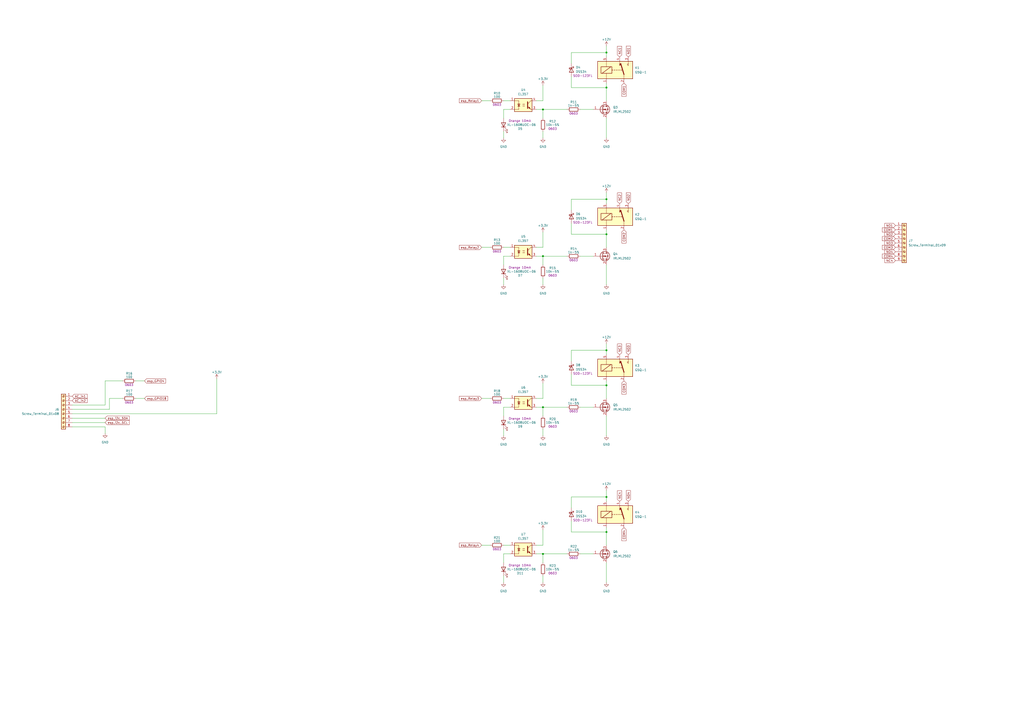
<source format=kicad_sch>
(kicad_sch (version 20250114) (generator "eeschema") (generator_version "9.0")
  (paper "A2")
  (lib_symbols
    (symbol "Connector:Screw_Terminal_01x08" (pin_names (offset 1.016) (hide yes))
      (property "Reference" "J" (at 0 10.16 0))
      (property "Value" "Screw_Terminal_01x08" (at 0 -12.7 0))
      (symbol "Screw_Terminal_01x08_1_1"
        (rectangle (start -1.27 8.89) (end 1.27 -11.43) (stroke (width 0.254)) (fill (type background)))
        (polyline (pts (xy -0.5334 7.9502) (xy 0.3302 7.112)) (stroke (width 0.1524)))
        (polyline (pts (xy -0.5334 5.4102) (xy 0.3302 4.572)) (stroke (width 0.1524)))
        (polyline (pts (xy -0.5334 2.8702) (xy 0.3302 2.032)) (stroke (width 0.1524)))
        (polyline (pts (xy -0.5334 0.3302) (xy 0.3302 -0.508)) (stroke (width 0.1524)))
        (polyline (pts (xy -0.5334 -2.2098) (xy 0.3302 -3.048)) (stroke (width 0.1524)))
        (polyline (pts (xy -0.5334 -4.7498) (xy 0.3302 -5.588)) (stroke (width 0.1524)))
        (polyline (pts (xy -0.5334 -7.2898) (xy 0.3302 -8.128)) (stroke (width 0.1524)))
        (polyline (pts (xy -0.5334 -9.8298) (xy 0.3302 -10.668)) (stroke (width 0.1524)))
        (polyline (pts (xy -0.3556 8.128) (xy 0.508 7.2898)) (stroke (width 0.1524)))
        (polyline (pts (xy -0.3556 5.588) (xy 0.508 4.7498)) (stroke (width 0.1524)))
        (polyline (pts (xy -0.3556 3.048) (xy 0.508 2.2098)) (stroke (width 0.1524)))
        (polyline (pts (xy -0.3556 0.508) (xy 0.508 -0.3302)) (stroke (width 0.1524)))
        (polyline (pts (xy -0.3556 -2.032) (xy 0.508 -2.8702)) (stroke (width 0.1524)))
        (polyline (pts (xy -0.3556 -4.572) (xy 0.508 -5.4102)) (stroke (width 0.1524)))
        (polyline (pts (xy -0.3556 -7.112) (xy 0.508 -7.9502)) (stroke (width 0.1524)))
        (polyline (pts (xy -0.3556 -9.652) (xy 0.508 -10.4902)) (stroke (width 0.1524)))
        (circle (center 0 7.62) (radius 0.635) (stroke (width 0.1524)))
        (circle (center 0 5.08) (radius 0.635) (stroke (width 0.1524)))
        (circle (center 0 2.54) (radius 0.635) (stroke (width 0.1524)))
        (circle (center 0 0) (radius 0.635) (stroke (width 0.1524)))
        (circle (center 0 -2.54) (radius 0.635) (stroke (width 0.1524)))
        (circle (center 0 -5.08) (radius 0.635) (stroke (width 0.1524)))
        (circle (center 0 -7.62) (radius 0.635) (stroke (width 0.1524)))
        (circle (center 0 -10.16) (radius 0.635) (stroke (width 0.1524)))
        (pin passive line (at -5.08 7.62 0) (length 3.81) (name "Pin_1") (number "1"))
        (pin passive line (at -5.08 5.08 0) (length 3.81) (name "Pin_2") (number "2"))
        (pin passive line (at -5.08 2.54 0) (length 3.81) (name "Pin_3") (number "3"))
        (pin passive line (at -5.08 0 0) (length 3.81) (name "Pin_4") (number "4"))
        (pin passive line (at -5.08 -2.54 0) (length 3.81) (name "Pin_5") (number "5"))
        (pin passive line (at -5.08 -5.08 0) (length 3.81) (name "Pin_6") (number "6"))
        (pin passive line (at -5.08 -7.62 0) (length 3.81) (name "Pin_7") (number "7"))
        (pin passive line (at -5.08 -10.16 0) (length 3.81) (name "Pin_8") (number "8"))
      )
    )
    (symbol "Connector:Screw_Terminal_01x09" (pin_names (offset 1.016) (hide yes))
      (property "Reference" "J" (at 0 12.7 0))
      (property "Value" "Screw_Terminal_01x09" (at 0 -12.7 0))
      (symbol "Screw_Terminal_01x09_1_1"
        (rectangle (start -1.27 11.43) (end 1.27 -11.43) (stroke (width 0.254)) (fill (type background)))
        (polyline (pts (xy -0.5334 10.4902) (xy 0.3302 9.652)) (stroke (width 0.1524)))
        (polyline (pts (xy -0.5334 7.9502) (xy 0.3302 7.112)) (stroke (width 0.1524)))
        (polyline (pts (xy -0.5334 5.4102) (xy 0.3302 4.572)) (stroke (width 0.1524)))
        (polyline (pts (xy -0.5334 2.8702) (xy 0.3302 2.032)) (stroke (width 0.1524)))
        (polyline (pts (xy -0.5334 0.3302) (xy 0.3302 -0.508)) (stroke (width 0.1524)))
        (polyline (pts (xy -0.5334 -2.2098) (xy 0.3302 -3.048)) (stroke (width 0.1524)))
        (polyline (pts (xy -0.5334 -4.7498) (xy 0.3302 -5.588)) (stroke (width 0.1524)))
        (polyline (pts (xy -0.5334 -7.2898) (xy 0.3302 -8.128)) (stroke (width 0.1524)))
        (polyline (pts (xy -0.5334 -9.8298) (xy 0.3302 -10.668)) (stroke (width 0.1524)))
        (polyline (pts (xy -0.3556 10.668) (xy 0.508 9.8298)) (stroke (width 0.1524)))
        (polyline (pts (xy -0.3556 8.128) (xy 0.508 7.2898)) (stroke (width 0.1524)))
        (polyline (pts (xy -0.3556 5.588) (xy 0.508 4.7498)) (stroke (width 0.1524)))
        (polyline (pts (xy -0.3556 3.048) (xy 0.508 2.2098)) (stroke (width 0.1524)))
        (polyline (pts (xy -0.3556 0.508) (xy 0.508 -0.3302)) (stroke (width 0.1524)))
        (polyline (pts (xy -0.3556 -2.032) (xy 0.508 -2.8702)) (stroke (width 0.1524)))
        (polyline (pts (xy -0.3556 -4.572) (xy 0.508 -5.4102)) (stroke (width 0.1524)))
        (polyline (pts (xy -0.3556 -7.112) (xy 0.508 -7.9502)) (stroke (width 0.1524)))
        (polyline (pts (xy -0.3556 -9.652) (xy 0.508 -10.4902)) (stroke (width 0.1524)))
        (circle (center 0 10.16) (radius 0.635) (stroke (width 0.1524)))
        (circle (center 0 7.62) (radius 0.635) (stroke (width 0.1524)))
        (circle (center 0 5.08) (radius 0.635) (stroke (width 0.1524)))
        (circle (center 0 2.54) (radius 0.635) (stroke (width 0.1524)))
        (circle (center 0 0) (radius 0.635) (stroke (width 0.1524)))
        (circle (center 0 -2.54) (radius 0.635) (stroke (width 0.1524)))
        (circle (center 0 -5.08) (radius 0.635) (stroke (width 0.1524)))
        (circle (center 0 -7.62) (radius 0.635) (stroke (width 0.1524)))
        (circle (center 0 -10.16) (radius 0.635) (stroke (width 0.1524)))
        (pin passive line (at -5.08 10.16 0) (length 3.81) (name "Pin_1") (number "1"))
        (pin passive line (at -5.08 7.62 0) (length 3.81) (name "Pin_2") (number "2"))
        (pin passive line (at -5.08 5.08 0) (length 3.81) (name "Pin_3") (number "3"))
        (pin passive line (at -5.08 2.54 0) (length 3.81) (name "Pin_4") (number "4"))
        (pin passive line (at -5.08 0 0) (length 3.81) (name "Pin_5") (number "5"))
        (pin passive line (at -5.08 -2.54 0) (length 3.81) (name "Pin_6") (number "6"))
        (pin passive line (at -5.08 -5.08 0) (length 3.81) (name "Pin_7") (number "7"))
        (pin passive line (at -5.08 -7.62 0) (length 3.81) (name "Pin_8") (number "8"))
        (pin passive line (at -5.08 -10.16 0) (length 3.81) (name "Pin_9") (number "9"))
      )
    )
    (symbol "Device:LED" (pin_numbers (hide yes)) (pin_names (offset 1.016) (hide yes))
      (property "Reference" "D" (at 0 2.54 0))
      (property "Value" "LED" (at 0 -2.54 0))
      (symbol "LED_0_1"
        (polyline (pts (xy -3.048 -0.762) (xy -4.572 -2.286) (xy -3.81 -2.286) (xy -4.572 -2.286) (xy -4.572 -1.524)))
        (polyline (pts (xy -1.778 -0.762) (xy -3.302 -2.286) (xy -2.54 -2.286) (xy -3.302 -2.286) (xy -3.302 -1.524)))
        (polyline (pts (xy -1.27 0) (xy 1.27 0)))
        (polyline (pts (xy -1.27 -1.27) (xy -1.27 1.27)) (stroke (width 0.254)))
        (polyline (pts (xy 1.27 -1.27) (xy 1.27 1.27) (xy -1.27 0) (xy 1.27 -1.27)) (stroke (width 0.254)))
      )
      (symbol "LED_1_1"
        (pin passive line (at -3.81 0 0) (length 2.54) (name "K") (number "1"))
        (pin passive line (at 3.81 0 180) (length 2.54) (name "A") (number "2"))
      )
    )
    (symbol "Device:R" (pin_numbers (hide yes)) (pin_names (offset 0))
      (property "Reference" "R" (at 2.032 0 90))
      (property "Value" "R" (at 0 0 90))
      (symbol "R_0_1"
        (rectangle (start -1.016 -2.54) (end 1.016 2.54) (stroke (width 0.254)))
      )
      (symbol "R_1_1"
        (pin passive line (at 0 3.81 270) (length 1.27) (name "~") (number "1"))
        (pin passive line (at 0 -3.81 90) (length 1.27) (name "~") (number "2"))
      )
    )
    (symbol "Diode:SS34" (pin_numbers (hide yes)) (pin_names (offset 1.016) (hide yes))
      (property "Reference" "D" (at 0 2.54 0))
      (property "Value" "SS34" (at 0 -2.54 0))
      (symbol "SS34_0_1"
        (polyline (pts (xy -1.905 0.635) (xy -1.905 1.27) (xy -1.27 1.27) (xy -1.27 -1.27) (xy -0.635 -1.27) (xy -0.635 -0.635)) (stroke (width 0.254)))
        (polyline (pts (xy 1.27 1.27) (xy 1.27 -1.27) (xy -1.27 0) (xy 1.27 1.27)) (stroke (width 0.254)))
        (polyline (pts (xy 1.27 0) (xy -1.27 0)))
      )
      (symbol "SS34_1_1"
        (pin passive line (at -3.81 0 0) (length 2.54) (name "K") (number "1"))
        (pin passive line (at 3.81 0 180) (length 2.54) (name "A") (number "2"))
      )
    )
    (symbol "Isolator:PC817" (pin_names (offset 1.016))
      (property "Reference" "U" (at -5.08 5.08 0))
      (property "Value" "PC817" (at 0 5.08 0))
      (symbol "PC817_0_1"
        (rectangle (start -5.08 3.81) (end 5.08 -3.81) (stroke (width 0.254)) (fill (type background)))
        (polyline (pts (xy -5.08 2.54) (xy -2.54 2.54) (xy -2.54 -0.635)))
        (polyline (pts (xy -3.175 -0.635) (xy -1.905 -0.635)) (stroke (width 0.254)))
        (polyline (pts (xy -2.54 -0.635) (xy -2.54 -2.54) (xy -5.08 -2.54)))
        (polyline (pts (xy -2.54 -0.635) (xy -3.175 0.635) (xy -1.905 0.635) (xy -2.54 -0.635)) (stroke (width 0.254)))
        (polyline (pts (xy -0.508 0.508) (xy 0.762 0.508) (xy 0.381 0.381) (xy 0.381 0.635) (xy 0.762 0.508)))
        (polyline (pts (xy -0.508 -0.508) (xy 0.762 -0.508) (xy 0.381 -0.635) (xy 0.381 -0.381) (xy 0.762 -0.508)))
        (polyline (pts (xy 2.54 1.905) (xy 2.54 -1.905) (xy 2.54 -1.905)) (stroke (width 0.508)))
        (polyline (pts (xy 2.54 0.635) (xy 4.445 2.54)))
        (polyline (pts (xy 3.048 -1.651) (xy 3.556 -1.143) (xy 4.064 -2.159) (xy 3.048 -1.651) (xy 3.048 -1.651)) (fill (type outline)))
        (polyline (pts (xy 4.445 2.54) (xy 5.08 2.54)))
        (polyline (pts (xy 4.445 -2.54) (xy 2.54 -0.635)) (fill (type outline)))
        (polyline (pts (xy 4.445 -2.54) (xy 5.08 -2.54)))
      )
      (symbol "PC817_1_1"
        (pin passive line (at -7.62 2.54 0) (length 2.54) (name "~") (number "1"))
        (pin passive line (at -7.62 -2.54 0) (length 2.54) (name "~") (number "2"))
        (pin passive line (at 7.62 2.54 180) (length 2.54) (name "~") (number "4"))
        (pin passive line (at 7.62 -2.54 180) (length 2.54) (name "~") (number "3"))
      )
    )
    (symbol "Relay:G5Q-1"
      (property "Reference" "K" (at 11.43 3.81 0))
      (property "Value" "G5Q-1" (at 11.43 1.27 0))
      (symbol "G5Q-1_0_0"
        (polyline (pts (xy 7.62 5.08) (xy 7.62 2.54) (xy 6.985 3.175) (xy 7.62 3.81)))
      )
      (symbol "G5Q-1_0_1"
        (rectangle (start -10.16 5.08) (end 10.16 -5.08) (stroke (width 0.254)) (fill (type background)))
        (rectangle (start -8.255 1.905) (end -1.905 -1.905) (stroke (width 0.254)))
        (polyline (pts (xy -7.62 -1.905) (xy -2.54 1.905)) (stroke (width 0.254)))
        (polyline (pts (xy -5.08 5.08) (xy -5.08 1.905)))
        (polyline (pts (xy -5.08 -5.08) (xy -5.08 -1.905)))
        (polyline (pts (xy -1.905 0) (xy -1.27 0)) (stroke (width 0.254)))
        (polyline (pts (xy -0.635 0) (xy 0 0)) (stroke (width 0.254)))
        (polyline (pts (xy 0.635 0) (xy 1.27 0)) (stroke (width 0.254)))
        (polyline (pts (xy 1.905 0) (xy 2.54 0)) (stroke (width 0.254)))
        (polyline (pts (xy 2.54 5.08) (xy 2.54 2.54) (xy 3.175 3.175) (xy 2.54 3.81)) (fill (type outline)))
        (polyline (pts (xy 3.175 0) (xy 3.81 0)) (stroke (width 0.254)))
        (polyline (pts (xy 5.08 -2.54) (xy 3.175 3.81)) (stroke (width 0.508)))
        (polyline (pts (xy 5.08 -2.54) (xy 5.08 -5.08)))
      )
      (symbol "G5Q-1_1_1"
        (pin passive line (at -5.08 7.62 270) (length 2.54) (name "~") (number "5"))
        (pin passive line (at -5.08 -7.62 90) (length 2.54) (name "~") (number "1"))
        (pin passive line (at 2.54 7.62 270) (length 2.54) (name "~") (number "4"))
        (pin passive line (at 5.08 -7.62 90) (length 2.54) (name "~") (number "2"))
        (pin passive line (at 7.62 7.62 270) (length 2.54) (name "~") (number "3"))
      )
    )
    (symbol "Transistor_FET:IRLML2060" (pin_names (hide yes))
      (property "Reference" "Q" (at 5.08 1.905 0))
      (property "Value" "IRLML2060" (at 5.08 0 0))
      (symbol "IRLML2060_0_1"
        (polyline (pts (xy 0.254 1.905) (xy 0.254 -1.905)) (stroke (width 0.254)))
        (polyline (pts (xy 0.254 0) (xy -2.54 0)))
        (polyline (pts (xy 0.762 2.286) (xy 0.762 1.27)) (stroke (width 0.254)))
        (polyline (pts (xy 0.762 0.508) (xy 0.762 -0.508)) (stroke (width 0.254)))
        (polyline (pts (xy 0.762 -1.27) (xy 0.762 -2.286)) (stroke (width 0.254)))
        (polyline (pts (xy 0.762 -1.778) (xy 3.302 -1.778) (xy 3.302 1.778) (xy 0.762 1.778)))
        (polyline (pts (xy 1.016 0) (xy 2.032 0.381) (xy 2.032 -0.381) (xy 1.016 0)) (fill (type outline)))
        (circle (center 1.651 0) (radius 2.794) (stroke (width 0.254)))
        (polyline (pts (xy 2.54 2.54) (xy 2.54 1.778)))
        (circle (center 2.54 1.778) (radius 0.254) (fill (type outline)))
        (circle (center 2.54 -1.778) (radius 0.254) (fill (type outline)))
        (polyline (pts (xy 2.54 -2.54) (xy 2.54 0) (xy 0.762 0)))
        (polyline (pts (xy 2.794 0.508) (xy 2.921 0.381) (xy 3.683 0.381) (xy 3.81 0.254)))
        (polyline (pts (xy 3.302 0.381) (xy 2.921 -0.254) (xy 3.683 -0.254) (xy 3.302 0.381)))
      )
      (symbol "IRLML2060_1_1"
        (pin input line (at -5.08 0 0) (length 2.54) (name "G") (number "1"))
        (pin passive line (at 2.54 5.08 270) (length 2.54) (name "D") (number "3"))
        (pin passive line (at 2.54 -5.08 90) (length 2.54) (name "S") (number "2"))
      )
    )
    (symbol "power:+3.3V" (power) (pin_names (offset 0))
      (property "Value" "+3.3V" (at 0 3.556 0))
      (symbol "+3.3V_0_1"
        (polyline (pts (xy -0.762 1.27) (xy 0 2.54)))
        (polyline (pts (xy 0 2.54) (xy 0.762 1.27)))
        (polyline (pts (xy 0 0) (xy 0 2.54)))
      )
      (symbol "+3.3V_1_1"
        (pin power_in line (at 0 0 90) (length 0) (hide yes) (name "+3.3V") (number "1"))
      )
    )
    (symbol "power:GND" (power) (pin_names (offset 0))
      (property "Value" "GND" (at 0 -3.81 0))
      (symbol "GND_0_1"
        (polyline (pts (xy 0 0) (xy 0 -1.27) (xy 1.27 -1.27) (xy 0 -2.54) (xy -1.27 -1.27) (xy 0 -1.27)))
      )
      (symbol "GND_1_1"
        (pin power_in line (at 0 0 270) (length 0) (hide yes) (name "GND") (number "1"))
      )
    )
  )
  (junction (at 351.79 50.8))
  (junction (at 351.79 223.52))
  (junction (at 314.96 63.5))
  (junction (at 351.79 30.48))
  (junction (at 314.96 148.59))
  (junction (at 351.79 288.29))
  (junction (at 314.96 321.31))
  (junction (at 351.79 203.2))
  (junction (at 351.79 308.61))
  (junction (at 314.96 236.22))
  (junction (at 351.79 115.57))
  (junction (at 351.79 135.89))
  (wire (pts (xy 78.74 231.14) (xy 83.82 231.14)))
  (wire (pts (xy 292.1 148.59) (xy 295.91 148.59)))
  (wire (pts (xy 292.1 76.2) (xy 292.1 80.01)))
  (wire (pts (xy 351.79 135.89) (xy 351.79 143.51)))
  (wire (pts (xy 336.55 148.59) (xy 344.17 148.59)))
  (wire (pts (xy 292.1 334.01) (xy 292.1 337.82)))
  (wire (pts (xy 314.96 58.42) (xy 311.15 58.42)))
  (wire (pts (xy 336.55 63.5) (xy 344.17 63.5)))
  (wire (pts (xy 292.1 236.22) (xy 295.91 236.22)))
  (wire (pts (xy 314.96 49.53) (xy 314.96 58.42)))
  (wire (pts (xy 351.79 252.73) (xy 351.79 241.3)))
  (wire (pts (xy 292.1 236.22) (xy 292.1 241.3)))
  (wire (pts (xy 279.4 231.14) (xy 284.48 231.14)))
  (wire (pts (xy 63.5 231.14) (xy 71.12 231.14)))
  (wire (pts (xy 331.47 115.57) (xy 351.79 115.57)))
  (wire (pts (xy 314.96 63.5) (xy 328.93 63.5)))
  (wire (pts (xy 314.96 316.23) (xy 311.15 316.23)))
  (wire (pts (xy 314.96 307.34) (xy 314.96 316.23)))
  (wire (pts (xy 314.96 337.82) (xy 314.96 334.01)))
  (wire (pts (xy 83.82 220.98) (xy 78.74 220.98)))
  (wire (pts (xy 314.96 236.22) (xy 328.93 236.22)))
  (wire (pts (xy 351.79 48.26) (xy 351.79 50.8)))
  (wire (pts (xy 331.47 308.61) (xy 351.79 308.61)))
  (wire (pts (xy 41.91 234.95) (xy 60.96 234.95)))
  (wire (pts (xy 351.79 26.67) (xy 351.79 30.48)))
  (wire (pts (xy 292.1 321.31) (xy 295.91 321.31)))
  (wire (pts (xy 314.96 80.01) (xy 314.96 76.2)))
  (wire (pts (xy 292.1 321.31) (xy 292.1 326.39)))
  (wire (pts (xy 331.47 288.29) (xy 351.79 288.29)))
  (wire (pts (xy 279.4 58.42) (xy 284.48 58.42)))
  (wire (pts (xy 351.79 111.76) (xy 351.79 115.57)))
  (wire (pts (xy 314.96 165.1) (xy 314.96 161.29)))
  (wire (pts (xy 295.91 143.51) (xy 292.1 143.51)))
  (wire (pts (xy 314.96 321.31) (xy 314.96 326.39)))
  (wire (pts (xy 314.96 148.59) (xy 314.96 153.67)))
  (wire (pts (xy 311.15 321.31) (xy 314.96 321.31)))
  (wire (pts (xy 311.15 236.22) (xy 314.96 236.22)))
  (wire (pts (xy 314.96 134.62) (xy 314.96 143.51)))
  (wire (pts (xy 314.96 63.5) (xy 314.96 68.58)))
  (wire (pts (xy 331.47 209.55) (xy 331.47 203.2)))
  (wire (pts (xy 331.47 129.54) (xy 331.47 135.89)))
  (wire (pts (xy 314.96 252.73) (xy 314.96 248.92)))
  (wire (pts (xy 292.1 63.5) (xy 292.1 68.58)))
  (wire (pts (xy 351.79 288.29) (xy 351.79 290.83)))
  (wire (pts (xy 331.47 36.83) (xy 331.47 30.48)))
  (wire (pts (xy 41.91 240.03) (xy 125.73 240.03)))
  (wire (pts (xy 60.96 247.65) (xy 60.96 251.46)))
  (wire (pts (xy 314.96 231.14) (xy 311.15 231.14)))
  (wire (pts (xy 331.47 135.89) (xy 351.79 135.89)))
  (wire (pts (xy 351.79 30.48) (xy 351.79 33.02)))
  (wire (pts (xy 351.79 306.07) (xy 351.79 308.61)))
  (wire (pts (xy 314.96 236.22) (xy 314.96 241.3)))
  (wire (pts (xy 60.96 234.95) (xy 60.96 220.98)))
  (wire (pts (xy 351.79 115.57) (xy 351.79 118.11)))
  (wire (pts (xy 351.79 133.35) (xy 351.79 135.89)))
  (wire (pts (xy 279.4 143.51) (xy 284.48 143.51)))
  (wire (pts (xy 351.79 165.1) (xy 351.79 153.67)))
  (wire (pts (xy 351.79 80.01) (xy 351.79 68.58)))
  (wire (pts (xy 351.79 308.61) (xy 351.79 316.23)))
  (wire (pts (xy 295.91 58.42) (xy 292.1 58.42)))
  (wire (pts (xy 331.47 223.52) (xy 351.79 223.52)))
  (wire (pts (xy 331.47 294.64) (xy 331.47 288.29)))
  (wire (pts (xy 295.91 231.14) (xy 292.1 231.14)))
  (wire (pts (xy 331.47 203.2) (xy 351.79 203.2)))
  (wire (pts (xy 351.79 337.82) (xy 351.79 326.39)))
  (wire (pts (xy 351.79 220.98) (xy 351.79 223.52)))
  (wire (pts (xy 311.15 63.5) (xy 314.96 63.5)))
  (wire (pts (xy 41.91 247.65) (xy 60.96 247.65)))
  (wire (pts (xy 60.96 220.98) (xy 71.12 220.98)))
  (wire (pts (xy 314.96 222.25) (xy 314.96 231.14)))
  (wire (pts (xy 314.96 143.51) (xy 311.15 143.51)))
  (wire (pts (xy 351.79 284.48) (xy 351.79 288.29)))
  (wire (pts (xy 314.96 321.31) (xy 328.93 321.31)))
  (wire (pts (xy 63.5 237.49) (xy 63.5 231.14)))
  (wire (pts (xy 331.47 217.17) (xy 331.47 223.52)))
  (wire (pts (xy 292.1 248.92) (xy 292.1 252.73)))
  (wire (pts (xy 292.1 63.5) (xy 295.91 63.5)))
  (wire (pts (xy 351.79 50.8) (xy 351.79 58.42)))
  (wire (pts (xy 314.96 148.59) (xy 328.93 148.59)))
  (wire (pts (xy 331.47 44.45) (xy 331.47 50.8)))
  (wire (pts (xy 125.73 219.71) (xy 125.73 240.03)))
  (wire (pts (xy 41.91 242.57) (xy 60.96 242.57)))
  (wire (pts (xy 311.15 148.59) (xy 314.96 148.59)))
  (wire (pts (xy 292.1 161.29) (xy 292.1 165.1)))
  (wire (pts (xy 279.4 316.23) (xy 284.48 316.23)))
  (wire (pts (xy 331.47 121.92) (xy 331.47 115.57)))
  (wire (pts (xy 331.47 302.26) (xy 331.47 308.61)))
  (wire (pts (xy 351.79 203.2) (xy 351.79 205.74)))
  (wire (pts (xy 351.79 199.39) (xy 351.79 203.2)))
  (wire (pts (xy 336.55 321.31) (xy 344.17 321.31)))
  (wire (pts (xy 351.79 223.52) (xy 351.79 231.14)))
  (wire (pts (xy 292.1 148.59) (xy 292.1 153.67)))
  (wire (pts (xy 331.47 50.8) (xy 351.79 50.8)))
  (wire (pts (xy 41.91 237.49) (xy 63.5 237.49)))
  (wire (pts (xy 336.55 236.22) (xy 344.17 236.22)))
  (wire (pts (xy 295.91 316.23) (xy 292.1 316.23)))
  (wire (pts (xy 331.47 30.48) (xy 351.79 30.48)))
  (wire (pts (xy 41.91 245.11) (xy 60.96 245.11)))
  (global_label "esp_Relay2" (shape input) (at 279.4 143.51 180) (property "Intersheetrefs" "${INTERSHEET_REFS}" (effects (hide yes))))
  (global_label "esp_GPIO18" (shape input) (at 83.82 231.14 0) (property "Intersheetrefs" "${INTERSHEET_REFS}" (effects (hide yes))))
  (global_label "COM3" (shape input) (at 519.43 143.51 180) (property "Intersheetrefs" "${INTERSHEET_REFS}" (effects (hide yes))))
  (global_label "NO3" (shape input) (at 364.49 205.74 90) (property "Intersheetrefs" "${INTERSHEET_REFS}" (effects (hide yes))))
  (global_label "esp_i2c_SDA" (shape input) (at 60.96 242.57 0) (property "Intersheetrefs" "${INTERSHEET_REFS}" (effects (hide yes))))
  (global_label "NO4" (shape input) (at 364.49 290.83 90) (property "Intersheetrefs" "${INTERSHEET_REFS}" (effects (hide yes))))
  (global_label "esp_i2c_SCL" (shape input) (at 60.96 245.11 0) (property "Intersheetrefs" "${INTERSHEET_REFS}" (effects (hide yes))))
  (global_label "COM3" (shape input) (at 361.95 220.98 270) (property "Intersheetrefs" "${INTERSHEET_REFS}" (effects (hide yes))))
  (global_label "NO3" (shape input) (at 519.43 140.97 180) (property "Intersheetrefs" "${INTERSHEET_REFS}" (effects (hide yes))))
  (global_label "COM2" (shape input) (at 519.43 138.43 180) (property "Intersheetrefs" "${INTERSHEET_REFS}" (effects (hide yes))))
  (global_label "esp_Relay4" (shape input) (at 279.4 316.23 180) (property "Intersheetrefs" "${INTERSHEET_REFS}" (effects (hide yes))))
  (global_label "AC_in1" (shape input) (at 41.91 229.87 0) (property "Intersheetrefs" "${INTERSHEET_REFS}" (effects (hide yes))))
  (global_label "esp_GPIO4" (shape input) (at 83.82 220.98 0) (property "Intersheetrefs" "${INTERSHEET_REFS}" (effects (hide yes))))
  (global_label "COM1" (shape input) (at 361.95 48.26 270) (property "Intersheetrefs" "${INTERSHEET_REFS}" (effects (hide yes))))
  (global_label "NO2" (shape input) (at 519.43 135.89 180) (property "Intersheetrefs" "${INTERSHEET_REFS}" (effects (hide yes))))
  (global_label "NC3" (shape input) (at 359.41 205.74 90) (property "Intersheetrefs" "${INTERSHEET_REFS}" (effects (hide yes))))
  (global_label "COM2" (shape input) (at 361.95 133.35 270) (property "Intersheetrefs" "${INTERSHEET_REFS}" (effects (hide yes))))
  (global_label "COM4" (shape input) (at 361.95 306.07 270) (property "Intersheetrefs" "${INTERSHEET_REFS}" (effects (hide yes))))
  (global_label "NC2" (shape input) (at 359.41 118.11 90) (property "Intersheetrefs" "${INTERSHEET_REFS}" (effects (hide yes))))
  (global_label "COM1" (shape input) (at 519.43 133.35 180) (property "Intersheetrefs" "${INTERSHEET_REFS}" (effects (hide yes))))
  (global_label "esp_Relay3" (shape input) (at 279.4 231.14 180) (property "Intersheetrefs" "${INTERSHEET_REFS}" (effects (hide yes))))
  (global_label "NC4" (shape input) (at 519.43 151.13 180) (property "Intersheetrefs" "${INTERSHEET_REFS}" (effects (hide yes))))
  (global_label "COM4" (shape input) (at 519.43 148.59 180) (property "Intersheetrefs" "${INTERSHEET_REFS}" (effects (hide yes))))
  (global_label "NC1" (shape input) (at 359.41 33.02 90) (property "Intersheetrefs" "${INTERSHEET_REFS}" (effects (hide yes))))
  (global_label "NO4" (shape input) (at 519.43 146.05 180) (property "Intersheetrefs" "${INTERSHEET_REFS}" (effects (hide yes))))
  (global_label "NO2" (shape input) (at 364.49 118.11 90) (property "Intersheetrefs" "${INTERSHEET_REFS}" (effects (hide yes))))
  (global_label "NO1" (shape input) (at 364.49 33.02 90) (property "Intersheetrefs" "${INTERSHEET_REFS}" (effects (hide yes))))
  (global_label "esp_Relay1" (shape input) (at 279.4 58.42 180) (property "Intersheetrefs" "${INTERSHEET_REFS}" (effects (hide yes))))
  (global_label "NO1" (shape input) (at 519.43 130.81 180) (property "Intersheetrefs" "${INTERSHEET_REFS}" (effects (hide yes))))
  (global_label "NC4" (shape input) (at 359.41 290.83 90) (property "Intersheetrefs" "${INTERSHEET_REFS}" (effects (hide yes))))
  (global_label "AC_in2" (shape input) (at 41.91 232.41 0) (property "Intersheetrefs" "${INTERSHEET_REFS}" (effects (hide yes))))
  (symbol (lib_id "power:GND") (at 292.1 252.73 0) (unit 1)
    (property "Reference" "#PWR046" (effects (hide yes)))
    (property "Value" "GND" (at 292.1 257.81 0))
  )
  (symbol (lib_id "power:+3.3V") (at 314.96 134.62 0) (unit 1)
    (property "Reference" "#PWR038" (effects (hide yes)))
    (property "Value" "+3.3V" (at 314.96 130.81 0))
  )
  (symbol (lib_id "power:GND") (at 314.96 252.73 0) (unit 1)
    (property "Reference" "#PWR047" (effects (hide yes)))
    (property "Value" "GND" (at 314.96 257.81 0))
  )
  (symbol (lib_id "Transistor_FET:IRLML2060") (at 349.25 321.31 0) (unit 1)
    (property "Reference" "Q6" (at 355.6 320.0399 0) (effects (justify left)))
    (property "Value" "IRLML2502" (at 355.6 322.5799 0) (effects (justify left)))
    (property "Footprint" "Package_TO_SOT_SMD:SOT-23" (effects (hide yes)))
    (property "LCSC part" "C347503" (effects (hide yes)))
    (property "Manufacturer" "UMW" (effects (hide yes)))
  )
  (symbol (lib_id "Isolator:PC817") (at 303.53 60.96 0) (unit 1)
    (property "Reference" "U4" (at 303.53 52.07 0))
    (property "Value" "EL357" (at 303.53 54.61 0))
    (property "Footprint" "footprints:C42381015_EL357_L4.4-W4.1-P2.54-LS7.0-TL" (effects (hide yes)))
    (property "LCSC part" "C42381015" (effects (hide yes)))
    (property "Manufacturer" "Everlight Elec" (effects (hide yes)))
  )
  (symbol (lib_id "power:+3.3V") (at 351.79 199.39 0) (unit 1)
    (property "Reference" "#PWR042" (effects (hide yes)))
    (property "Value" "+12V" (at 351.79 195.58 0))
  )
  (symbol (lib_id "Transistor_FET:IRLML2060") (at 349.25 148.59 0) (unit 1)
    (property "Reference" "Q4" (at 355.6 147.3199 0) (effects (justify left)))
    (property "Value" "IRLML2502" (at 355.6 149.8599 0) (effects (justify left)))
    (property "Footprint" "Package_TO_SOT_SMD:SOT-23" (effects (hide yes)))
    (property "LCSC part" "C347503" (effects (hide yes)))
    (property "Manufacturer" "UMW" (effects (hide yes)))
  )
  (symbol (lib_id "power:GND") (at 292.1 80.01 0) (unit 1)
    (property "Reference" "#PWR034" (effects (hide yes)))
    (property "Value" "GND" (at 292.1 85.09 0))
  )
  (symbol (lib_id "power:GND") (at 351.79 337.82 0) (unit 1)
    (property "Reference" "#PWR053" (effects (hide yes)))
    (property "Value" "GND" (at 351.79 342.9 0))
  )
  (symbol (lib_id "Connector:Screw_Terminal_01x08") (at 36.83 237.49 0) (mirror y) (unit 1) (in_bom no)
    (property "Reference" "J6" (at 34.29 237.4899 0) (effects (justify left)))
    (property "Value" "Screw_Terminal_01x08" (at 34.29 240.0299 0) (effects (justify left)))
    (property "Footprint" "TerminalBlock_RND:TerminalBlock_RND_205-00238_1x08_P5.08mm_Horizontal" (effects (hide yes)))
    (property "Description" "Generic screw terminal, single row, 01x08, script generated (kicad-library-utils/schlib/autogen/connector/)" (effects (hide yes)))
  )
  (symbol (lib_id "power:+3.3V") (at 314.96 307.34 0) (unit 1)
    (property "Reference" "#PWR050" (effects (hide yes)))
    (property "Value" "+3.3V" (at 314.96 303.53 0))
  )
  (symbol (lib_id "Transistor_FET:IRLML2060") (at 349.25 63.5 0) (unit 1)
    (property "Reference" "Q3" (at 355.6 62.2299 0) (effects (justify left)))
    (property "Value" "IRLML2502" (at 355.6 64.7699 0) (effects (justify left)))
    (property "Footprint" "Package_TO_SOT_SMD:SOT-23" (effects (hide yes)))
    (property "LCSC part" "C347503" (effects (hide yes)))
    (property "Manufacturer" "UMW" (effects (hide yes)))
  )
  (symbol (lib_id "Device:R") (at 332.74 63.5 90) (unit 1)
    (property "Reference" "R11" (at 332.74 59.182 90))
    (property "Value" "1k-5%" (at 332.74 61.214 90))
    (property "Footprint" "Resistor_SMD:R_0603_1608Metric" (effects (hide yes)))
    (property "LCSC part" "C2907113" (effects (hide yes)))
    (property "Manufacturer" "FOJAN" (effects (hide yes)))
    (property "Package" "0603" (at 332.74 65.786 90))
  )
  (symbol (lib_id "Device:R") (at 74.93 220.98 270) (unit 1)
    (property "Reference" "R16" (at 74.93 216.662 90))
    (property "Value" "100" (at 74.93 218.694 90))
    (property "Footprint" "Resistor_SMD:R_0603_1608Metric" (effects (hide yes)))
    (property "LCSC part" "C2907089" (effects (hide yes)))
    (property "Manufacturer" "FOJAN" (effects (hide yes)))
    (property "Package" "0603" (at 74.93 223.266 90))
  )
  (symbol (lib_id "Device:R") (at 314.96 72.39 180) (unit 1)
    (property "Reference" "R12" (at 320.548 70.358 0))
    (property "Value" "10k-5%" (at 320.548 72.39 0))
    (property "Footprint" "Resistor_SMD:R_0603_1608Metric" (effects (hide yes)))
    (property "LCSC part" "C25804" (effects (hide yes)))
    (property "Manufacturer" "UNI-ROYAL(Uniroyal Elec)" (effects (hide yes)))
    (property "Package" "0603" (at 320.548 74.676 0))
  )
  (symbol (lib_id "Device:R") (at 314.96 245.11 180) (unit 1)
    (property "Reference" "R20" (at 320.548 243.078 0))
    (property "Value" "10k-5%" (at 320.548 245.11 0))
    (property "Footprint" "Resistor_SMD:R_0603_1608Metric" (effects (hide yes)))
    (property "LCSC part" "C25804" (effects (hide yes)))
    (property "Manufacturer" "UNI-ROYAL(Uniroyal Elec)" (effects (hide yes)))
    (property "Package" "0603" (at 320.548 247.396 0))
  )
  (symbol (lib_id "Device:R") (at 332.74 321.31 90) (unit 1)
    (property "Reference" "R22" (at 332.74 316.992 90))
    (property "Value" "1k-5%" (at 332.74 319.024 90))
    (property "Footprint" "Resistor_SMD:R_0603_1608Metric" (effects (hide yes)))
    (property "LCSC part" "C2907113" (effects (hide yes)))
    (property "Manufacturer" "FOJAN" (effects (hide yes)))
    (property "Package" "0603" (at 332.74 323.596 90))
  )
  (symbol (lib_id "power:GND") (at 351.79 80.01 0) (unit 1)
    (property "Reference" "#PWR036" (effects (hide yes)))
    (property "Value" "GND" (at 351.79 85.09 0))
  )
  (symbol (lib_id "power:+3.3V") (at 314.96 222.25 0) (unit 1)
    (property "Reference" "#PWR044" (effects (hide yes)))
    (property "Value" "+3.3V" (at 314.96 218.44 0))
  )
  (symbol (lib_id "Transistor_FET:IRLML2060") (at 349.25 236.22 0) (unit 1)
    (property "Reference" "Q5" (at 355.6 234.9499 0) (effects (justify left)))
    (property "Value" "IRLML2502" (at 355.6 237.4899 0) (effects (justify left)))
    (property "Footprint" "Package_TO_SOT_SMD:SOT-23" (effects (hide yes)))
    (property "LCSC part" "C347503" (effects (hide yes)))
    (property "Manufacturer" "UMW" (effects (hide yes)))
  )
  (symbol (lib_id "Relay:G5Q-1") (at 356.87 125.73 0) (unit 1)
    (property "Reference" "K2" (at 368.3 124.4599 0) (effects (justify left)))
    (property "Value" "G5Q-1" (at 368.3 126.9999 0) (effects (justify left)))
    (property "Footprint" "footprints:C225715_Omron-G5Q" (effects (hide yes)))
    (property "Datasheet" "https://www.omron.com/ecb/products/pdf/en-g5q.pdf" (effects (hide yes)))
    (property "Description" "Omron G5G relay, Miniature Single Pole, SPDT, 10A" (effects (hide yes)))
  )
  (symbol (lib_id "Device:R") (at 288.29 316.23 270) (unit 1)
    (property "Reference" "R21" (at 288.29 311.912 90))
    (property "Value" "100" (at 288.29 313.944 90))
    (property "Footprint" "Resistor_SMD:R_0603_1608Metric" (effects (hide yes)))
    (property "LCSC part" "C2907089" (effects (hide yes)))
    (property "Manufacturer" "FOJAN" (effects (hide yes)))
    (property "Package" "0603" (at 288.29 318.516 90))
  )
  (symbol (lib_id "Diode:SS34") (at 331.47 125.73 270) (unit 1)
    (property "Reference" "D6" (at 334.01 124.1424 90) (effects (justify left)))
    (property "Value" "DSS34" (at 334.01 126.6824 90) (effects (justify left)))
    (property "Footprint" "footprints:C2923958_DSS34_SOD-123FL" (effects (hide yes)))
    (property "Datasheet" "https://www.vishay.com/docs/88751/ss32.pdf" (effects (hide yes)))
    (property "Description" "40V 3A Schottky Diode, SOD-123FL" (effects (hide yes)))
    (property "LCSC part" "C2923958" (effects (hide yes)))
    (property "Manufacturer" "Jiangsu Changjing Electronics Technology Co., Ltd." (effects (hide yes)))
    (property "Package" "SOD-123FL" (at 338.074 129.032 90))
  )
  (symbol (lib_id "Device:R") (at 332.74 148.59 90) (unit 1)
    (property "Reference" "R14" (at 332.74 144.272 90))
    (property "Value" "1k-5%" (at 332.74 146.304 90))
    (property "Footprint" "Resistor_SMD:R_0603_1608Metric" (effects (hide yes)))
    (property "LCSC part" "C2907113" (effects (hide yes)))
    (property "Manufacturer" "FOJAN" (effects (hide yes)))
    (property "Package" "0603" (at 332.74 150.876 90))
  )
  (symbol (lib_id "power:GND") (at 314.96 80.01 0) (unit 1)
    (property "Reference" "#PWR035" (effects (hide yes)))
    (property "Value" "GND" (at 314.96 85.09 0))
  )
  (symbol (lib_id "Device:R") (at 288.29 231.14 270) (unit 1)
    (property "Reference" "R18" (at 288.29 226.822 90))
    (property "Value" "100" (at 288.29 228.854 90))
    (property "Footprint" "Resistor_SMD:R_0603_1608Metric" (effects (hide yes)))
    (property "LCSC part" "C2907089" (effects (hide yes)))
    (property "Manufacturer" "FOJAN" (effects (hide yes)))
    (property "Package" "0603" (at 288.29 233.426 90))
  )
  (symbol (lib_id "Diode:SS34") (at 331.47 40.64 270) (unit 1)
    (property "Reference" "D4" (at 334.01 39.0524 90) (effects (justify left)))
    (property "Value" "DSS34" (at 334.01 41.5924 90) (effects (justify left)))
    (property "Footprint" "footprints:C2923958_DSS34_SOD-123FL" (effects (hide yes)))
    (property "Datasheet" "https://www.vishay.com/docs/88751/ss32.pdf" (effects (hide yes)))
    (property "Description" "40V 3A Schottky Diode, SOD-123FL" (effects (hide yes)))
    (property "LCSC part" "C2923958" (effects (hide yes)))
    (property "Manufacturer" "Jiangsu Changjing Electronics Technology Co., Ltd." (effects (hide yes)))
    (property "Package" "SOD-123FL" (at 338.074 43.942 90))
  )
  (symbol (lib_id "power:GND") (at 60.96 251.46 0) (unit 1)
    (property "Reference" "#PWR045" (effects (hide yes)))
    (property "Value" "GND" (at 60.96 256.54 0))
  )
  (symbol (lib_id "power:GND") (at 292.1 337.82 0) (unit 1)
    (property "Reference" "#PWR051" (effects (hide yes)))
    (property "Value" "GND" (at 292.1 342.9 0))
  )
  (symbol (lib_id "power:GND") (at 351.79 165.1 0) (unit 1)
    (property "Reference" "#PWR041" (effects (hide yes)))
    (property "Value" "GND" (at 351.79 170.18 0))
  )
  (symbol (lib_id "power:GND") (at 292.1 165.1 0) (unit 1)
    (property "Reference" "#PWR039" (effects (hide yes)))
    (property "Value" "GND" (at 292.1 170.18 0))
  )
  (symbol (lib_id "Isolator:PC817") (at 303.53 318.77 0) (unit 1)
    (property "Reference" "U7" (at 303.53 309.88 0))
    (property "Value" "EL357" (at 303.53 312.42 0))
    (property "Footprint" "footprints:C42381015_EL357_L4.4-W4.1-P2.54-LS7.0-TL" (effects (hide yes)))
    (property "LCSC part" "C42381015" (effects (hide yes)))
    (property "Manufacturer" "Everlight Elec" (effects (hide yes)))
  )
  (symbol (lib_id "power:+3.3V") (at 125.73 219.71 0) (unit 1)
    (property "Reference" "#PWR043" (effects (hide yes)))
    (property "Value" "+3.3V" (at 125.73 215.9 0))
  )
  (symbol (lib_id "Device:R") (at 332.74 236.22 90) (unit 1)
    (property "Reference" "R19" (at 332.74 231.902 90))
    (property "Value" "1k-5%" (at 332.74 233.934 90))
    (property "Footprint" "Resistor_SMD:R_0603_1608Metric" (effects (hide yes)))
    (property "LCSC part" "C2907113" (effects (hide yes)))
    (property "Manufacturer" "FOJAN" (effects (hide yes)))
    (property "Package" "0603" (at 332.74 238.506 90))
  )
  (symbol (lib_id "Isolator:PC817") (at 303.53 233.68 0) (unit 1)
    (property "Reference" "U6" (at 303.53 224.79 0))
    (property "Value" "EL357" (at 303.53 227.33 0))
    (property "Footprint" "footprints:C42381015_EL357_L4.4-W4.1-P2.54-LS7.0-TL" (effects (hide yes)))
    (property "LCSC part" "C42381015" (effects (hide yes)))
    (property "Manufacturer" "Everlight Elec" (effects (hide yes)))
  )
  (symbol (lib_id "Diode:SS34") (at 331.47 298.45 270) (unit 1)
    (property "Reference" "D10" (at 334.01 296.8624 90) (effects (justify left)))
    (property "Value" "DSS34" (at 334.01 299.4024 90) (effects (justify left)))
    (property "Footprint" "footprints:C2923958_DSS34_SOD-123FL" (effects (hide yes)))
    (property "Datasheet" "https://www.vishay.com/docs/88751/ss32.pdf" (effects (hide yes)))
    (property "Description" "40V 3A Schottky Diode, SOD-123FL" (effects (hide yes)))
    (property "LCSC part" "C2923958" (effects (hide yes)))
    (property "Manufacturer" "Jiangsu Changjing Electronics Technology Co., Ltd." (effects (hide yes)))
    (property "Package" "SOD-123FL" (at 338.074 301.752 90))
  )
  (symbol (lib_id "Isolator:PC817") (at 303.53 146.05 0) (unit 1)
    (property "Reference" "U5" (at 303.53 137.16 0))
    (property "Value" "EL357" (at 303.53 139.7 0))
    (property "Footprint" "footprints:C42381015_EL357_L4.4-W4.1-P2.54-LS7.0-TL" (effects (hide yes)))
    (property "LCSC part" "C42381015" (effects (hide yes)))
    (property "Manufacturer" "Everlight Elec" (effects (hide yes)))
  )
  (symbol (lib_id "Device:R") (at 288.29 143.51 270) (unit 1)
    (property "Reference" "R13" (at 288.29 139.192 90))
    (property "Value" "100" (at 288.29 141.224 90))
    (property "Footprint" "Resistor_SMD:R_0603_1608Metric" (effects (hide yes)))
    (property "LCSC part" "C2907089" (effects (hide yes)))
    (property "Manufacturer" "FOJAN" (effects (hide yes)))
    (property "Package" "0603" (at 288.29 145.796 90))
  )
  (symbol (lib_id "Relay:G5Q-1") (at 356.87 213.36 0) (unit 1)
    (property "Reference" "K3" (at 368.3 212.0899 0) (effects (justify left)))
    (property "Value" "G5Q-1" (at 368.3 214.6299 0) (effects (justify left)))
    (property "Footprint" "footprints:C225715_Omron-G5Q" (effects (hide yes)))
    (property "Datasheet" "https://www.omron.com/ecb/products/pdf/en-g5q.pdf" (effects (hide yes)))
    (property "Description" "Omron G5G relay, Miniature Single Pole, SPDT, 10A" (effects (hide yes)))
  )
  (symbol (lib_id "power:GND") (at 314.96 337.82 0) (unit 1)
    (property "Reference" "#PWR052" (effects (hide yes)))
    (property "Value" "GND" (at 314.96 342.9 0))
  )
  (symbol (lib_id "Relay:G5Q-1") (at 356.87 40.64 0) (unit 1)
    (property "Reference" "K1" (at 368.3 39.3699 0) (effects (justify left)))
    (property "Value" "G5Q-1" (at 368.3 41.9099 0) (effects (justify left)))
    (property "Footprint" "footprints:C225715_Omron-G5Q" (effects (hide yes)))
    (property "Datasheet" "https://www.omron.com/ecb/products/pdf/en-g5q.pdf" (effects (hide yes)))
    (property "Description" "Omron G5G relay, Miniature Single Pole, SPDT, 10A" (effects (hide yes)))
  )
  (symbol (lib_id "Device:LED") (at 292.1 157.48 90) (unit 1)
    (property "Reference" "D7" (at 301.752 159.766 90))
    (property "Value" "XL-1608UOC-06" (at 302.514 157.48 90))
    (property "Footprint" "LED_SMD:LED_0603_1608Metric" (effects (hide yes)))
    (property "LCSC part" "C434425" (effects (hide yes)))
    (property "Manufacturer" "Yongyu Photoelectric" (effects (hide yes)))
    (property "Package" "Orange 10mA" (at 301.498 155.194 90))
  )
  (symbol (lib_id "power:GND") (at 351.79 252.73 0) (unit 1)
    (property "Reference" "#PWR048" (effects (hide yes)))
    (property "Value" "GND" (at 351.79 257.81 0))
  )
  (symbol (lib_id "Device:R") (at 74.93 231.14 270) (unit 1)
    (property "Reference" "R17" (at 74.93 226.822 90))
    (property "Value" "100" (at 74.93 228.854 90))
    (property "Footprint" "Resistor_SMD:R_0603_1608Metric" (effects (hide yes)))
    (property "LCSC part" "C2907089" (effects (hide yes)))
    (property "Manufacturer" "FOJAN" (effects (hide yes)))
    (property "Package" "0603" (at 74.93 233.426 90))
  )
  (symbol (lib_id "Device:R") (at 288.29 58.42 270) (unit 1)
    (property "Reference" "R10" (at 288.29 54.102 90))
    (property "Value" "100" (at 288.29 56.134 90))
    (property "Footprint" "Resistor_SMD:R_0603_1608Metric" (effects (hide yes)))
    (property "LCSC part" "C2907089" (effects (hide yes)))
    (property "Manufacturer" "FOJAN" (effects (hide yes)))
    (property "Package" "0603" (at 288.29 60.706 90))
  )
  (symbol (lib_id "power:GND") (at 314.96 165.1 0) (unit 1)
    (property "Reference" "#PWR040" (effects (hide yes)))
    (property "Value" "GND" (at 314.96 170.18 0))
  )
  (symbol (lib_id "Connector:Screw_Terminal_01x09") (at 524.51 140.97 0) (unit 1) (in_bom no)
    (property "Reference" "J7" (at 527.05 139.6999 0) (effects (justify left)))
    (property "Value" "Screw_Terminal_01x09" (at 527.05 142.2399 0) (effects (justify left)))
    (property "Footprint" "TerminalBlock_RND:TerminalBlock_RND_205-00239_1x09_P5.08mm_Horizontal" (effects (hide yes)))
    (property "Description" "Generic screw terminal, single row, 01x09, script generated (kicad-library-utils/schlib/autogen/connector/)" (effects (hide yes)))
  )
  (symbol (lib_id "power:+3.3V") (at 351.79 284.48 0) (unit 1)
    (property "Reference" "#PWR049" (effects (hide yes)))
    (property "Value" "+12V" (at 351.79 280.67 0))
  )
  (symbol (lib_id "Device:LED") (at 292.1 245.11 90) (unit 1)
    (property "Reference" "D9" (at 301.752 247.396 90))
    (property "Value" "XL-1608UOC-06" (at 302.514 245.11 90))
    (property "Footprint" "LED_SMD:LED_0603_1608Metric" (effects (hide yes)))
    (property "LCSC part" "C434425" (effects (hide yes)))
    (property "Manufacturer" "Yongyu Photoelectric" (effects (hide yes)))
    (property "Package" "Orange 10mA" (at 301.498 242.824 90))
  )
  (symbol (lib_id "Device:LED") (at 292.1 330.2 90) (unit 1)
    (property "Reference" "D11" (at 301.752 332.486 90))
    (property "Value" "XL-1608UOC-06" (at 302.514 330.2 90))
    (property "Footprint" "LED_SMD:LED_0603_1608Metric" (effects (hide yes)))
    (property "LCSC part" "C434425" (effects (hide yes)))
    (property "Manufacturer" "Yongyu Photoelectric" (effects (hide yes)))
    (property "Package" "Orange 10mA" (at 301.498 327.914 90))
  )
  (symbol (lib_id "Diode:SS34") (at 331.47 213.36 270) (unit 1)
    (property "Reference" "D8" (at 334.01 211.7724 90) (effects (justify left)))
    (property "Value" "DSS34" (at 334.01 214.3124 90) (effects (justify left)))
    (property "Footprint" "footprints:C2923958_DSS34_SOD-123FL" (effects (hide yes)))
    (property "Datasheet" "https://www.vishay.com/docs/88751/ss32.pdf" (effects (hide yes)))
    (property "Description" "40V 3A Schottky Diode, SOD-123FL" (effects (hide yes)))
    (property "LCSC part" "C2923958" (effects (hide yes)))
    (property "Manufacturer" "Jiangsu Changjing Electronics Technology Co., Ltd." (effects (hide yes)))
    (property "Package" "SOD-123FL" (at 338.074 216.662 90))
  )
  (symbol (lib_id "Device:LED") (at 292.1 72.39 90) (unit 1)
    (property "Reference" "D5" (at 301.752 74.676 90))
    (property "Value" "XL-1608UOC-06" (at 302.514 72.39 90))
    (property "Footprint" "LED_SMD:LED_0603_1608Metric" (effects (hide yes)))
    (property "LCSC part" "C434425" (effects (hide yes)))
    (property "Manufacturer" "Yongyu Photoelectric" (effects (hide yes)))
    (property "Package" "Orange 10mA" (at 301.498 70.104 90))
  )
  (symbol (lib_id "power:+3.3V") (at 351.79 111.76 0) (unit 1)
    (property "Reference" "#PWR037" (effects (hide yes)))
    (property "Value" "+12V" (at 351.79 107.95 0))
  )
  (symbol (lib_id "Device:R") (at 314.96 330.2 180) (unit 1)
    (property "Reference" "R23" (at 320.548 328.168 0))
    (property "Value" "10k-5%" (at 320.548 330.2 0))
    (property "Footprint" "Resistor_SMD:R_0603_1608Metric" (effects (hide yes)))
    (property "LCSC part" "C25804" (effects (hide yes)))
    (property "Manufacturer" "UNI-ROYAL(Uniroyal Elec)" (effects (hide yes)))
    (property "Package" "0603" (at 320.548 332.486 0))
  )
  (symbol (lib_id "power:+3.3V") (at 351.79 26.67 0) (unit 1)
    (property "Reference" "#PWR032" (effects (hide yes)))
    (property "Value" "+12V" (at 351.79 22.86 0))
  )
  (symbol (lib_id "power:+3.3V") (at 314.96 49.53 0) (unit 1)
    (property "Reference" "#PWR033" (effects (hide yes)))
    (property "Value" "+3.3V" (at 314.96 45.72 0))
  )
  (symbol (lib_id "Device:R") (at 314.96 157.48 180) (unit 1)
    (property "Reference" "R15" (at 320.548 155.448 0))
    (property "Value" "10k-5%" (at 320.548 157.48 0))
    (property "Footprint" "Resistor_SMD:R_0603_1608Metric" (effects (hide yes)))
    (property "LCSC part" "C25804" (effects (hide yes)))
    (property "Manufacturer" "UNI-ROYAL(Uniroyal Elec)" (effects (hide yes)))
    (property "Package" "0603" (at 320.548 159.766 0))
  )
  (symbol (lib_id "Relay:G5Q-1") (at 356.87 298.45 0) (unit 1)
    (property "Reference" "K4" (at 368.3 297.1799 0) (effects (justify left)))
    (property "Value" "G5Q-1" (at 368.3 299.7199 0) (effects (justify left)))
    (property "Footprint" "footprints:C225715_Omron-G5Q" (effects (hide yes)))
    (property "Datasheet" "https://www.omron.com/ecb/products/pdf/en-g5q.pdf" (effects (hide yes)))
    (property "Description" "Omron G5G relay, Miniature Single Pole, SPDT, 10A" (effects (hide yes)))
  )
)
</source>
